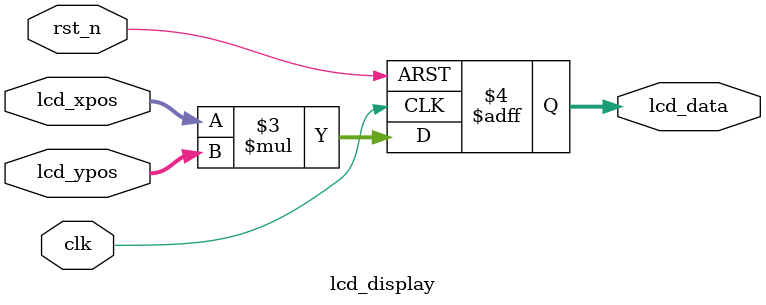
<source format=v>
/*-----------------------------------------------------------------------
                                 \\\|///
                               \\  - -  //
                                (  @ @  )
+-----------------------------oOOo-(_)-oOOo-----------------------------+
CONFIDENTIAL IN CONFIDENCE
This confidential and proprietary software may be only used as authorized
by a licensing agreement from CrazyBingo (Thereturnofbingo).
In the event of publication, the following notice is applicable:
Copyright (C) 2012-20xx CrazyBingo Corporation.
The entire notice above must be reproduced on all authorized copies.
Author                  :       CrazyBingo
Official Websites       :       http://www.crazyfpga.com
Email Address           :       crazyfpga@qq.com
Filename                :       lcd_display.v
Data                    :       2012-02-18
Description             :       LCD/VGA display simulation.
Modification History    :
Data            Author          Version     Change Description
=========================================================================
12/02/18        CrazyBingo      1.0         Original
12/03/19        CrazyBingo      1.1         Modification
12/03/21        CrazyBingo      1.2         Modification
12/05/13        CrazyBingo      1.3         Modification
13/11/07        CrazyBingo      2.1         Modification
17/04/02        CrazyBingo      3.0         Modify for 12bit width logic
-------------------------------------------------------------------------
|                                     Oooo                              |
+------------------------------oooO--(   )------------------------------+
                              (   )   ) /
                               \ (   (_/
                                \_)
-----------------------------------------------------------------------*/

`timescale 1ns/1ns
module lcd_display
(
    //global clock
    input               clk,            //50MHz
    input               rst_n,          //global reset 
    
    //user interface
    input       [11:0]  lcd_xpos,       //lcd horizontal coordinate
    input       [11:0]  lcd_ypos,       //lcd vertical coordinate
    output  reg [23:0]  lcd_data        //lcd data
);
`include "lcd_para.v" 
//`define     VGA_VERTICAL_COLOR
//`define     VGA_HORIZONTAL_COLOR
`define     VGA_GRAFTAL_GRAPH
//`define     VGA_GRAY_GRAPH


//-------------------------------------------
`ifdef VGA_VERTICAL_COLOR
always@(posedge clk or negedge rst_n)
begin
    if(!rst_n)
        lcd_data <= 24'h0;
    else
        begin
        if     (lcd_xpos >= 0 && lcd_xpos < (`H_DISP/8)*1)
            lcd_data <= `RED;
        else if(lcd_xpos >= (`H_DISP/8)*1 && lcd_xpos < (`H_DISP/8)*2)
            lcd_data <= `GREEN;
        else if(lcd_xpos >= (`H_DISP/8)*2 && lcd_xpos < (`H_DISP/8)*3)
            lcd_data <= `BLUE;
        else if(lcd_xpos >= (`H_DISP/8)*3 && lcd_xpos < (`H_DISP/8)*4)
            lcd_data <= `WHITE;
        else if(lcd_xpos >= (`H_DISP/8)*4 && lcd_xpos < (`H_DISP/8)*5)
            lcd_data <= `BLACK;
        else if(lcd_xpos >= (`H_DISP/8)*5 && lcd_xpos < (`H_DISP/8)*6)
            lcd_data <= `YELLOW;
        else if(lcd_xpos >= (`H_DISP/8)*6 && lcd_xpos < (`H_DISP/8)*7)
            lcd_data <= `CYAN;
        else// if(lcd_xpos >= (`H_DISP/8)*7 && lcd_xpos < (`H_DISP/8)*8)
            lcd_data <= `ROYAL;
        end
end
`endif

 //-------------------------------------------
`ifdef VGA_HORIZONTAL_COLOR
always@(posedge clk or negedge rst_n)
begin
    if(!rst_n)
        lcd_data <= 24'h0;
    else
        begin
        if     (lcd_ypos >= 0 && lcd_ypos < (`V_DISP/8)*1)
            lcd_data <= `RED;
        else if(lcd_ypos >= (`V_DISP/8)*1 && lcd_ypos < (`V_DISP/8)*2)
            lcd_data <= `GREEN;
        else if(lcd_ypos >= (`V_DISP/8)*2 && lcd_ypos < (`V_DISP/8)*3)
            lcd_data <= `BLUE;
        else if(lcd_ypos >= (`V_DISP/8)*3 && lcd_ypos < (`V_DISP/8)*4)
            lcd_data <= `WHITE;
        else if(lcd_ypos >= (`V_DISP/8)*4 && lcd_ypos < (`V_DISP/8)*5)
            lcd_data <= `BLACK;
        else if(lcd_ypos >= (`V_DISP/8)*5 && lcd_ypos < (`V_DISP/8)*6)
            lcd_data <= `YELLOW;
        else if(lcd_ypos >= (`V_DISP/8)*6 && lcd_ypos < (`V_DISP/8)*7)
            lcd_data <= `CYAN;
        else// if(lcd_ypos >= (`V_DISP/8)*7 && lcd_ypos < (`V_DISP/8)*8)
            lcd_data <= `ROYAL;
        end
end
`endif

  
//-------------------------------------------
`ifdef VGA_GRAFTAL_GRAPH
always@(posedge clk or negedge rst_n)
begin
    if(!rst_n)
        lcd_data <= 24'h0;
    else
        lcd_data <= lcd_xpos * lcd_ypos;
end
`endif

//-------------------------------------------
`ifdef VGA_GRAY_GRAPH
always@(posedge clk or negedge rst_n)
begin
    if(!rst_n)
        lcd_data <= 24'h0;
    else
        begin
        if(lcd_ypos < `V_DISP/2)
            lcd_data <= {lcd_ypos[7:0], lcd_ypos[7:0], lcd_ypos[7:0]};
        else
            lcd_data <= {lcd_xpos[7:0], lcd_xpos[7:0], lcd_xpos[7:0]};
        end
end
`endif


endmodule

</source>
